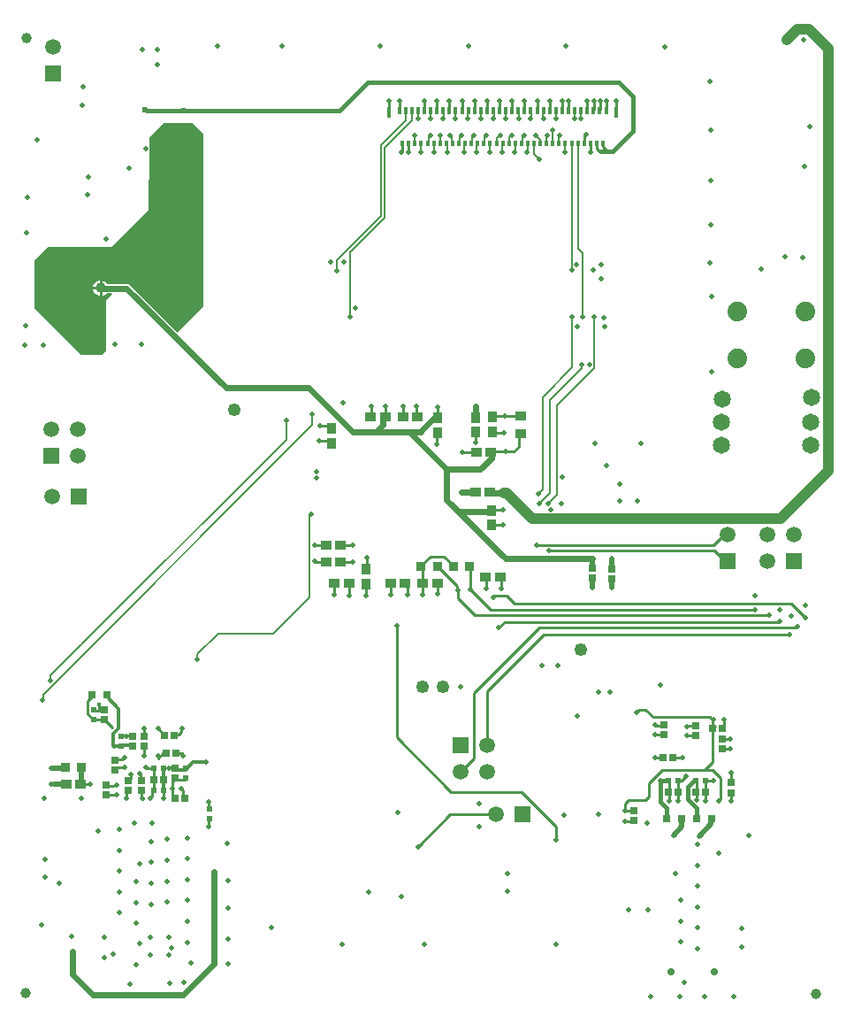
<source format=gbl>
G04*
G04 #@! TF.GenerationSoftware,Altium Limited,Altium Designer,20.1.7 (139)*
G04*
G04 Layer_Physical_Order=4*
G04 Layer_Color=16711680*
%FSLAX25Y25*%
%MOIN*%
G70*
G04*
G04 #@! TF.SameCoordinates,F1024F09-50C5-4513-BE08-2A4FEE95A773*
G04*
G04*
G04 #@! TF.FilePolarity,Positive*
G04*
G01*
G75*
%ADD13C,0.01575*%
%ADD14C,0.02362*%
%ADD15C,0.01000*%
%ADD17R,0.03347X0.03543*%
%ADD19C,0.01968*%
%ADD23C,0.03937*%
%ADD31R,0.02677X0.02677*%
%ADD32R,0.02677X0.02677*%
%ADD34R,0.02284X0.02205*%
%ADD43R,0.02205X0.02284*%
%ADD44R,0.03740X0.04331*%
%ADD53R,0.04331X0.03740*%
%ADD119C,0.00709*%
%ADD122C,0.02500*%
%ADD124C,0.00965*%
%ADD127C,0.03937*%
%ADD130C,0.04921*%
%ADD131C,0.05906*%
%ADD132R,0.05906X0.05906*%
%ADD133C,0.06496*%
%ADD134R,0.05906X0.05906*%
%ADD135C,0.07400*%
%ADD136C,0.02756*%
%ADD137C,0.01181*%
%ADD138C,0.01575*%
%ADD139C,0.02362*%
%ADD155C,0.01968*%
%ADD156R,0.01181X0.02638*%
%ADD157R,0.01181X0.01968*%
%ADD158R,0.01378X0.03937*%
%ADD159R,0.02756X0.02953*%
%ADD160R,0.04134X0.03347*%
%ADD161C,0.01181*%
G36*
X82575Y343992D02*
X86665Y339902D01*
X86665Y274980D01*
X76721Y265036D01*
X58982Y282774D01*
X58459Y283123D01*
X57842Y283246D01*
X50711D01*
X50263Y283830D01*
X49643Y284306D01*
X48921Y284605D01*
X48646Y284641D01*
Y281713D01*
Y278784D01*
X48921Y278820D01*
X49643Y279120D01*
X50263Y279595D01*
X50590Y280022D01*
X52185D01*
X52392Y279522D01*
X50000Y277130D01*
Y258217D01*
X50083Y258134D01*
X48350Y256402D01*
X40913D01*
X23161Y274153D01*
Y292236D01*
X28035Y297110D01*
X51980D01*
X66185Y311315D01*
X66414Y333667D01*
X66442Y333708D01*
X66549Y334248D01*
X66442Y334788D01*
X66426Y334811D01*
X66466Y338686D01*
X71772Y343992D01*
X82575Y343992D01*
D02*
G37*
%LPC*%
G36*
X47646Y284641D02*
X47371Y284605D01*
X46649Y284306D01*
X46029Y283830D01*
X45553Y283210D01*
X45254Y282488D01*
X45217Y282213D01*
X47646D01*
Y284641D01*
D02*
G37*
G36*
Y281213D02*
X45217D01*
X45254Y280938D01*
X45553Y280216D01*
X46029Y279595D01*
X46649Y279120D01*
X47371Y278820D01*
X47646Y278784D01*
Y281213D01*
D02*
G37*
%LPD*%
D13*
X65368Y348600D02*
X138218D01*
X248752Y340784D02*
Y353740D01*
X243307Y359185D02*
X248752Y353740D01*
X148803Y359185D02*
X243307D01*
X241067Y333098D02*
X248752Y340784D01*
X236669Y333098D02*
X241067D01*
X138218Y348600D02*
X148803Y359185D01*
X259165Y88217D02*
X261398Y85984D01*
X259165Y88217D02*
Y96071D01*
X261398Y82016D02*
Y85984D01*
X269429Y93985D02*
X271657Y96213D01*
X269429Y89272D02*
Y93985D01*
Y89272D02*
X272835Y85866D01*
Y82035D02*
Y85866D01*
X259165Y96071D02*
X262114D01*
D14*
X200612Y179872D02*
X233425D01*
X178488Y201996D02*
X200612Y179872D01*
X195362Y217602D02*
Y219811D01*
X191140Y213381D02*
X195362Y217602D01*
X194732Y197476D02*
X195299Y198043D01*
X183291Y197476D02*
X194732D01*
X178488Y201996D02*
Y213381D01*
X164302Y227567D02*
X168925D01*
X164302D02*
X178488Y213381D01*
X151630Y227567D02*
X164302D01*
X174138Y232780D02*
X175220D01*
X143039Y227567D02*
X151630D01*
X154295Y230232D01*
Y232468D01*
X154984Y233157D01*
X155280D01*
X178488Y213381D02*
X191140D01*
X126504Y244102D02*
X143039Y227567D01*
X95374Y244102D02*
X126504D01*
X57842Y281634D02*
X95374Y244102D01*
X49598Y281634D02*
X57842D01*
X90905Y27315D02*
Y61776D01*
X79051Y15461D02*
X90905Y27315D01*
X45063Y15461D02*
X79051D01*
X37343Y23181D02*
X45063Y15461D01*
X37343Y23181D02*
Y31815D01*
X189370Y233134D02*
X189500Y233004D01*
X189370Y233134D02*
Y237287D01*
X184059Y204736D02*
X189106D01*
X195689Y204695D02*
X200028D01*
X195677Y204707D02*
X195689Y204695D01*
D15*
X188784Y129179D02*
X213482Y153878D01*
X188784Y104689D02*
Y129179D01*
X213482Y153878D02*
X299266Y153878D01*
X310626D01*
X167420Y233324D02*
X167514Y233418D01*
X212620Y349006D02*
Y352370D01*
X203203Y348978D02*
Y352370D01*
X205614Y221921D02*
Y227842D01*
X195638Y220118D02*
X203811D01*
X193703Y349262D02*
Y352370D01*
X184344Y349317D02*
Y352370D01*
X195362Y219811D02*
X195602Y220051D01*
X174872Y349234D02*
Y352370D01*
X160719Y349203D02*
Y352370D01*
X155501Y233763D02*
X155693Y233571D01*
X232705Y332634D02*
Y336244D01*
X71730Y89337D02*
Y92467D01*
X203811Y220118D02*
X205614Y221921D01*
X196394Y233536D02*
X204890D01*
X195925D02*
X196394D01*
X196488Y233630D01*
X195925Y233067D02*
X196394Y233536D01*
X159772Y112382D02*
Y154645D01*
X206898Y91953D02*
X219874Y78976D01*
X180201Y91953D02*
X206898D01*
X159772Y112382D02*
X180201Y91953D01*
X283394Y178839D02*
X284429Y178839D01*
X279294Y182938D02*
X283394Y178839D01*
X217439Y182937D02*
X279294Y182938D01*
X283495Y189247D02*
X284429Y189248D01*
X212319Y184976D02*
X279226Y184978D01*
X212195Y184976D02*
X212319D01*
X279226Y184978D02*
X283495Y189247D01*
X230492Y335910D02*
Y339520D01*
X189118Y158465D02*
X300079D01*
X215252Y151291D02*
X300526Y151291D01*
X193854Y129894D02*
X215252Y151291D01*
X300526Y151291D02*
X307902Y151292D01*
X198240Y153717D02*
X200468Y155945D01*
X304240D01*
X195602Y220051D02*
X200658D01*
X134968Y224279D02*
X135055Y224366D01*
X130514Y224279D02*
X134968D01*
X135033Y229856D02*
X135055Y229878D01*
X130657Y229856D02*
X135033D01*
X155693Y233571D02*
X155693Y233571D01*
X237520Y335016D02*
Y336776D01*
X235106Y334354D02*
X236260Y333201D01*
X236567D01*
X237520Y335016D02*
X238898Y333638D01*
X235106Y334354D02*
Y336276D01*
X164216Y332839D02*
Y336449D01*
X161646Y332854D02*
Y336465D01*
X156811Y348768D02*
Y352378D01*
X170098Y348929D02*
Y352539D01*
X179579Y348961D02*
Y352571D01*
X188996Y348898D02*
Y352508D01*
X198476Y348795D02*
Y352406D01*
X207925Y348795D02*
Y352406D01*
X217339Y348764D02*
Y352374D01*
X224413Y348776D02*
Y352362D01*
X222063Y348764D02*
Y352374D01*
X242492Y348158D02*
Y352413D01*
X238661Y348823D02*
Y352504D01*
X236352Y348813D02*
Y352514D01*
X231545Y348852D02*
Y352455D01*
X233986Y348809D02*
Y352498D01*
X56126Y104047D02*
X57028Y104949D01*
X53713Y104047D02*
X56126D01*
X53396Y103730D02*
X53713Y104047D01*
X260366Y113854D02*
X260614D01*
X260047Y113535D02*
X260366Y113854D01*
X257032Y113535D02*
X260047D01*
X78490Y114683D02*
Y115545D01*
X77323Y113516D02*
X78490Y114683D01*
X75980Y113516D02*
X77323D01*
X74996Y95756D02*
X76004Y96764D01*
X74996Y90720D02*
Y95756D01*
Y90720D02*
X76102Y89614D01*
X78575Y93209D02*
X79166Y92619D01*
X63488Y89823D02*
Y92500D01*
Y89823D02*
X63957Y89354D01*
X57673Y89244D02*
Y91729D01*
X58535Y92595D01*
X56760Y101059D02*
X56965Y100854D01*
X54110Y101059D02*
X56760D01*
X53396Y100345D02*
X54110Y101059D01*
X262350Y91919D02*
X262362Y91931D01*
X265748D02*
X265766Y91913D01*
Y88719D02*
X265783Y88701D01*
X265766Y88719D02*
Y91913D01*
X262339Y88681D02*
X262350Y88693D01*
Y91919D01*
X262411Y91894D02*
Y96378D01*
X272624Y95862D02*
Y96427D01*
X278219Y81711D02*
X278543Y82035D01*
X267150Y96157D02*
X268740Y97748D01*
X272768Y88762D02*
X272801Y88728D01*
Y82069D02*
X272835Y82035D01*
X276207Y92018D02*
Y96494D01*
X279231Y96125D02*
X279260Y96153D01*
X276300Y96125D02*
X279231D01*
X276272Y96096D02*
X276300Y96125D01*
X278898Y103323D02*
Y118937D01*
X277787Y120047D02*
X278898Y118937D01*
X281669Y89191D02*
Y97339D01*
X278671Y100337D02*
X281669Y97339D01*
X275912Y100337D02*
X278671D01*
X281079Y88601D02*
X281669Y89191D01*
X272624Y92006D02*
Y95862D01*
X272492Y96096D02*
Y96136D01*
X275912Y100337D02*
X278898Y103323D01*
X259880Y100337D02*
X275912D01*
X254724Y95181D02*
X259880Y100337D01*
X265864Y92059D02*
Y96535D01*
X265980Y96157D02*
X267150D01*
X265937Y96114D02*
X265980Y96157D01*
X262114Y96071D02*
X262157Y96114D01*
X308305Y162876D02*
X313619Y157562D01*
X167846Y71342D02*
X179937Y83433D01*
X196413D01*
X219874Y73901D02*
Y78976D01*
X204104Y162876D02*
X308305D01*
X195008Y160551D02*
X294287D01*
X47228Y122622D02*
X48551D01*
X45799D02*
X47228D01*
X45772Y122594D02*
X45799Y122622D01*
X182665Y164917D02*
X189118Y158465D01*
X163630Y166248D02*
Y168730D01*
X162862Y169498D02*
X163630Y168730D01*
X182480Y168201D02*
X182665Y168016D01*
X182480Y168201D02*
Y169441D01*
X175016Y176906D02*
X182480Y169441D01*
X175016Y176906D02*
Y177004D01*
X177413Y180697D02*
X181016Y177094D01*
X172508Y180697D02*
X177413D01*
X168913Y177102D02*
X172508Y180697D01*
X181016Y176996D02*
Y177094D01*
X168913Y177004D02*
Y177102D01*
Y177004D02*
X169575Y176342D01*
Y170406D02*
Y176342D01*
X182665Y164917D02*
Y168016D01*
X187476Y176591D02*
Y176614D01*
Y168083D02*
X195008Y160551D01*
X187476Y176591D02*
X187620Y176446D01*
X187476Y176302D02*
Y176591D01*
Y168083D02*
Y176302D01*
X187453Y176614D02*
X187476Y176591D01*
X201157Y165823D02*
X204104Y162876D01*
X187476Y176302D02*
X187620Y176446D01*
X187016Y175842D02*
X187476Y176302D01*
X181350Y176516D02*
Y176614D01*
X196744Y165823D02*
X201157D01*
X199190Y168627D02*
Y172389D01*
X169575Y170406D02*
X169870D01*
X71701Y89307D02*
X71730Y89337D01*
Y92467D02*
X71760Y92496D01*
X88678Y85771D02*
Y88182D01*
Y85771D02*
X88945Y85504D01*
X66748Y89449D02*
Y89711D01*
X193854Y110555D02*
Y129894D01*
X184433Y100339D02*
X188784Y104689D01*
X285898Y95323D02*
Y99076D01*
X268985Y116724D02*
X272480D01*
X68012Y92496D02*
Y100921D01*
X138629Y178517D02*
X138644Y178532D01*
X150246Y233725D02*
X150291Y233680D01*
X162276Y233762D02*
X162450Y233588D01*
X269117Y113260D02*
X272480D01*
X195437Y192393D02*
X195651Y192606D01*
X272744Y91274D02*
X272768Y91250D01*
X272644Y91358D02*
X272736Y91266D01*
X272624Y95862D02*
X272644Y95843D01*
X272543Y95943D02*
X272624Y95862D01*
X276191Y91335D02*
X276226Y91370D01*
X272768Y88762D02*
Y91250D01*
X276226Y95846D02*
X276323Y95943D01*
X272736Y91266D02*
X272744Y91274D01*
X276191Y88748D02*
X276252Y88687D01*
X276191Y88748D02*
Y91335D01*
X195763Y198507D02*
X195931Y198339D01*
X148134Y170280D02*
X148224Y170189D01*
X148177Y175929D02*
X148469Y176221D01*
X138662Y184947D02*
X138683Y184969D01*
X254724Y90213D02*
Y95181D01*
X245682Y80941D02*
X248868D01*
X249272Y81345D01*
X245693Y84976D02*
X245816Y84853D01*
X249149D01*
X249272Y84730D01*
X245693Y87441D02*
X247206Y88954D01*
X245693Y84976D02*
Y87441D01*
X247206Y88954D02*
X253466D01*
X254724Y90213D01*
X285827Y95252D02*
X285898Y95323D01*
X283152Y116486D02*
X283176Y116462D01*
X283152Y116486D02*
Y118588D01*
X283128Y118612D02*
X283152Y118588D01*
X279667Y116585D02*
X279790Y116462D01*
X278898Y118937D02*
X279165Y119205D01*
X283295Y108383D02*
X283366Y108313D01*
X285391D01*
X285461Y108242D01*
X285431Y111782D02*
X285443Y111794D01*
X283295Y111769D02*
X283308Y111782D01*
X285431D01*
X269002Y113145D02*
X269117Y113260D01*
X268947Y116686D02*
X268985Y116724D01*
X263764Y104921D02*
X263803Y104882D01*
X267406D01*
X264646Y104887D02*
X264668Y104909D01*
X257112Y104802D02*
X257124Y104814D01*
X259201D01*
X259213Y104826D01*
X257138Y116996D02*
X260047D01*
X257007Y117127D02*
X257138Y116996D01*
X256978Y113589D02*
X257032Y113535D01*
X45339Y122976D02*
X45429Y122886D01*
X66748Y89711D02*
X67378Y90341D01*
Y91894D01*
X67980Y92496D01*
X64740Y100992D02*
X64776Y100957D01*
X67949D01*
X67984Y100921D01*
X62827Y98929D02*
X63012Y98744D01*
Y96362D02*
Y98744D01*
Y96362D02*
X63488Y95886D01*
X59374Y96929D02*
Y98453D01*
X58656Y96211D02*
X59374Y96929D01*
X58535Y92595D02*
Y92705D01*
X53301Y90904D02*
X53303Y90906D01*
X49978Y90904D02*
X53301D01*
X49976Y90902D02*
X49978Y90904D01*
X53213Y94343D02*
X53268Y94398D01*
X50032Y94343D02*
X53213D01*
X49976Y94287D02*
X50032Y94343D01*
X148224Y165827D02*
Y170189D01*
X148469Y176221D02*
Y180320D01*
X150246Y233725D02*
Y237147D01*
X155584Y233846D02*
Y237095D01*
X155501Y233763D02*
X155584Y233846D01*
X162276Y233762D02*
Y237091D01*
X167205Y233727D02*
Y237193D01*
Y233727D02*
X167514Y233418D01*
X175067Y232933D02*
Y236969D01*
Y232933D02*
X175220Y232780D01*
X174890Y222721D02*
Y226937D01*
X175220Y227268D01*
X189106Y204736D02*
X189280Y204909D01*
X195931Y198339D02*
X199850D01*
X195651Y192606D02*
X199850D01*
X198701Y172878D02*
X199190Y172389D01*
X193461Y168677D02*
Y172606D01*
X193189Y172878D02*
X193461Y172606D01*
X141756Y166382D02*
Y170122D01*
X136118Y170472D02*
X136185Y170406D01*
Y166071D02*
Y170406D01*
X162862Y169498D02*
X162886Y169521D01*
X157364Y169511D02*
X157374Y169521D01*
X157364Y166222D02*
Y169511D01*
X169373Y169425D02*
X169505Y169557D01*
X169373Y166297D02*
Y169425D01*
X174975Y169515D02*
X175017Y169557D01*
X174975Y166423D02*
Y169515D01*
X128799Y178764D02*
X128900Y178663D01*
X132971D01*
X132857Y184772D02*
X133091Y185006D01*
X128799Y184772D02*
X132857D01*
X138683Y184969D02*
X142945D01*
X138603Y185006D02*
X138662Y184947D01*
X138644Y178532D02*
X143008D01*
X138483Y178663D02*
X138629Y178517D01*
X148177Y175929D02*
X148224Y175882D01*
X195299Y198043D02*
X195763Y198507D01*
X195299Y192532D02*
X195437Y192393D01*
X78617Y106399D02*
X79528Y105488D01*
X76464Y106399D02*
X78617D01*
X76382Y106480D02*
X76464Y106399D01*
X69740Y104689D02*
X71450Y106399D01*
X72914D01*
X72996Y106480D01*
X40705Y94886D02*
X44392D01*
X40591Y95000D02*
X40705Y94886D01*
X88789Y78982D02*
X88867Y79060D01*
Y81647D01*
X88945Y81724D01*
X249271Y84729D02*
X249272Y84730D01*
Y81345D02*
X249416Y81200D01*
X285840Y89247D02*
X285853Y89234D01*
X285840Y89247D02*
Y91853D01*
X285827Y91866D02*
X285840Y91853D01*
X196264Y165343D02*
X196744Y165823D01*
X79166Y89937D02*
Y92619D01*
Y89937D02*
X79488Y89614D01*
X195240Y219933D02*
X195362Y219811D01*
X167420Y233324D02*
X167559Y233185D01*
X162047D02*
X162450Y233588D01*
X155280Y233157D02*
X155693Y233571D01*
X149768Y233157D02*
X150291Y233680D01*
X195587Y204617D02*
X195677Y204707D01*
X195295Y204909D02*
X195587Y204617D01*
X194791Y204909D02*
X195295D01*
X148134Y170280D02*
X148224Y170370D01*
X256299Y120047D02*
X277787D01*
X253338Y123009D02*
X256299Y120047D01*
X251051Y123009D02*
X253338D01*
X250038Y121996D02*
X251051Y123009D01*
X78490Y115545D02*
X78675Y115730D01*
X64484Y116500D02*
X64522Y116537D01*
X64484Y112831D02*
Y116500D01*
X64447Y112793D02*
X64484Y112831D01*
D17*
X187118Y176996D02*
D03*
X181016D02*
D03*
X175016Y177004D02*
D03*
X168913D02*
D03*
X34760Y101169D02*
D03*
X40862D02*
D03*
D19*
X266871Y51186D02*
D03*
Y43312D02*
D03*
Y35438D02*
D03*
X268071Y20162D02*
D03*
X273018Y32880D02*
D03*
Y40754D02*
D03*
Y48628D02*
D03*
Y56502D02*
D03*
Y64376D02*
D03*
Y72250D02*
D03*
X74706Y33282D02*
D03*
X79303Y20172D02*
D03*
X82054Y27550D02*
D03*
X80853Y35332D02*
D03*
Y43206D02*
D03*
Y51080D02*
D03*
Y58954D02*
D03*
Y66828D02*
D03*
Y74702D02*
D03*
X66960Y73301D02*
D03*
Y65427D02*
D03*
Y57553D02*
D03*
Y49679D02*
D03*
X73107Y50456D02*
D03*
Y58330D02*
D03*
Y66204D02*
D03*
Y74078D02*
D03*
X55149Y77884D02*
D03*
Y70010D02*
D03*
Y62136D02*
D03*
Y54262D02*
D03*
Y46388D02*
D03*
X49411Y29590D02*
D03*
X59117Y19433D02*
D03*
X61296Y27000D02*
D03*
X62859Y34717D02*
D03*
X61296Y42434D02*
D03*
Y50308D02*
D03*
Y58182D02*
D03*
X73744Y37228D02*
D03*
X66827Y30484D02*
D03*
X144079Y274311D02*
D03*
X139760Y291642D02*
D03*
X134681Y291705D02*
D03*
X313748Y162319D02*
D03*
X294791Y165799D02*
D03*
X308524Y158370D02*
D03*
X304102Y160626D02*
D03*
X234307Y223197D02*
D03*
X251701Y223083D02*
D03*
X217866Y198256D02*
D03*
X216772Y200654D02*
D03*
X222079Y210394D02*
D03*
X221614Y200500D02*
D03*
X232350Y252752D02*
D03*
X237980Y267358D02*
D03*
X227634Y267260D02*
D03*
X237921Y270697D02*
D03*
X236622Y285374D02*
D03*
X236618Y290504D02*
D03*
X227598Y290622D02*
D03*
X233890Y288409D02*
D03*
X219843Y34595D02*
D03*
X229236Y345421D02*
D03*
X226701D02*
D03*
X234095Y270839D02*
D03*
X216968Y182773D02*
D03*
X213429Y330283D02*
D03*
X225870Y288409D02*
D03*
X189705Y332894D02*
D03*
X185012D02*
D03*
X231126Y339709D02*
D03*
X229673Y270839D02*
D03*
X142146D02*
D03*
X136984Y288075D02*
D03*
X229461Y252740D02*
D03*
X225783Y270839D02*
D03*
X223193Y332894D02*
D03*
X220945Y339220D02*
D03*
X218575Y341205D02*
D03*
X216358Y339220D02*
D03*
X32541Y57508D02*
D03*
X240685Y179976D02*
D03*
X240764Y168921D02*
D03*
X196083Y345421D02*
D03*
X198756Y339220D02*
D03*
X194787Y332894D02*
D03*
X53385Y260622D02*
D03*
X88890Y88264D02*
D03*
X213051Y204343D02*
D03*
X213283Y200528D02*
D03*
X219681Y345421D02*
D03*
X168657Y332894D02*
D03*
X161543D02*
D03*
X208819D02*
D03*
X203986D02*
D03*
X178713D02*
D03*
X199398D02*
D03*
X212213Y339220D02*
D03*
X207768D02*
D03*
X203083D02*
D03*
X193551D02*
D03*
X188622D02*
D03*
X184008D02*
D03*
X179882D02*
D03*
X166504D02*
D03*
X173744Y332894D02*
D03*
X172303Y339220D02*
D03*
X164228Y332894D02*
D03*
X176020Y339220D02*
D03*
X215106Y345421D02*
D03*
X210276D02*
D03*
X205701D02*
D03*
X200807D02*
D03*
X191583D02*
D03*
X186555D02*
D03*
X181913D02*
D03*
X177252D02*
D03*
X172496D02*
D03*
X167677D02*
D03*
X212319Y184791D02*
D03*
X139284Y238429D02*
D03*
X130514Y224279D02*
D03*
X130657Y229856D02*
D03*
X233394Y168984D02*
D03*
X233425Y179872D02*
D03*
X238657Y214760D02*
D03*
X243806Y201490D02*
D03*
X212630Y352370D02*
D03*
X203213D02*
D03*
X193713D02*
D03*
X184354D02*
D03*
X160728D02*
D03*
X174882D02*
D03*
X232713Y332894D02*
D03*
X156799Y352370D02*
D03*
X170087D02*
D03*
X179567D02*
D03*
X188984D02*
D03*
X198465D02*
D03*
X207913D02*
D03*
X217327D02*
D03*
X222051D02*
D03*
X224390D02*
D03*
X242480D02*
D03*
X231484D02*
D03*
X238630D02*
D03*
X236374D02*
D03*
X234004D02*
D03*
X227835Y120526D02*
D03*
X247091Y47705D02*
D03*
X254378Y47591D02*
D03*
X60732Y80177D02*
D03*
X71650Y89583D02*
D03*
X75161Y93209D02*
D03*
X57709Y89583D02*
D03*
X54075Y94449D02*
D03*
X54201Y91012D02*
D03*
X62795Y98740D02*
D03*
X118055Y232014D02*
D03*
X44146Y95039D02*
D03*
X26766Y89656D02*
D03*
X57886Y112969D02*
D03*
X262339Y88681D02*
D03*
X265783Y88701D02*
D03*
X264685Y61252D02*
D03*
X264008Y75528D02*
D03*
X273791Y75354D02*
D03*
X272768Y88762D02*
D03*
X279260Y96153D02*
D03*
X268740Y97748D02*
D03*
X259165Y96071D02*
D03*
X190823Y87429D02*
D03*
X190913Y79008D02*
D03*
X201476Y61177D02*
D03*
X167846Y71342D02*
D03*
X160138Y84075D02*
D03*
X26248Y126559D02*
D03*
X49467Y37264D02*
D03*
X275866Y14717D02*
D03*
X255394D02*
D03*
X266417D02*
D03*
X286890D02*
D03*
X315311Y342543D02*
D03*
X95661Y72677D02*
D03*
X112402Y40960D02*
D03*
X25827Y41882D02*
D03*
X37146Y37543D02*
D03*
X37343Y31815D02*
D03*
X294815Y160488D02*
D03*
X304114Y156154D02*
D03*
X310626Y154063D02*
D03*
X313642Y157585D02*
D03*
X307902Y151370D02*
D03*
X219874Y73901D02*
D03*
X127449Y196449D02*
D03*
X29197Y134035D02*
D03*
X127697Y234079D02*
D03*
X96028Y27189D02*
D03*
Y36685D02*
D03*
Y48051D02*
D03*
Y58681D02*
D03*
X24039Y337472D02*
D03*
X163630Y166248D02*
D03*
X182665Y168016D02*
D03*
X187476Y168083D02*
D03*
X199190Y168627D02*
D03*
X300079Y158559D02*
D03*
X183776Y131543D02*
D03*
X159783Y154480D02*
D03*
X91972Y372909D02*
D03*
X260815Y372579D02*
D03*
X223417Y373028D02*
D03*
X186799Y372913D02*
D03*
X153543D02*
D03*
X116595D02*
D03*
X73947Y20030D02*
D03*
X296955Y288947D02*
D03*
X277929Y291158D02*
D03*
X277971Y305494D02*
D03*
Y322360D02*
D03*
Y341136D02*
D03*
X277864Y359486D02*
D03*
X27189Y59925D02*
D03*
X26484Y260102D02*
D03*
X19602D02*
D03*
X19752Y267567D02*
D03*
X20122Y302492D02*
D03*
X20279Y315728D02*
D03*
X69378Y365717D02*
D03*
X63697Y371445D02*
D03*
X69583Y371441D02*
D03*
X63602Y260610D02*
D03*
X78575Y93209D02*
D03*
X87650Y103236D02*
D03*
X66941Y89583D02*
D03*
X66740Y37315D02*
D03*
X278543Y278394D02*
D03*
X278427Y250130D02*
D03*
X73799Y30683D02*
D03*
X306206Y293515D02*
D03*
X276252Y88687D02*
D03*
X50213Y300047D02*
D03*
X43209Y316776D02*
D03*
X43283Y323654D02*
D03*
X41260Y350500D02*
D03*
X280976Y68862D02*
D03*
X240213Y129575D02*
D03*
X289768Y40476D02*
D03*
X47203Y77049D02*
D03*
X73728Y100827D02*
D03*
X53126Y109283D02*
D03*
X59437Y98658D02*
D03*
X148224Y165827D02*
D03*
X148469Y180320D02*
D03*
X150246Y237147D02*
D03*
X155584Y237095D02*
D03*
X162276Y237091D02*
D03*
X167205Y237193D02*
D03*
X175067Y236969D02*
D03*
X174890Y222721D02*
D03*
X184284Y220012D02*
D03*
X200658Y220051D02*
D03*
X200358Y233567D02*
D03*
X200268Y227323D02*
D03*
X189492Y223472D02*
D03*
X189370Y237287D02*
D03*
X200028Y204695D02*
D03*
X199850Y198339D02*
D03*
Y192606D02*
D03*
X141846Y166000D02*
D03*
X136185Y166071D02*
D03*
X157364Y166222D02*
D03*
X169373Y166297D02*
D03*
X174975Y166423D02*
D03*
X128799Y178764D02*
D03*
Y184772D02*
D03*
X142945Y184969D02*
D03*
X143008Y178532D02*
D03*
X285772Y99076D02*
D03*
X285827Y88524D02*
D03*
X281007Y88601D02*
D03*
X193461Y168677D02*
D03*
X306748Y375213D02*
D03*
X313165Y375142D02*
D03*
X88789Y78982D02*
D03*
X65142Y101059D02*
D03*
X84535Y141785D02*
D03*
X129571Y210257D02*
D03*
Y212462D02*
D03*
X58866Y326976D02*
D03*
X65138Y334248D02*
D03*
X41508Y357528D02*
D03*
X312681Y293323D02*
D03*
X196264Y165343D02*
D03*
X198106Y153996D02*
D03*
X161476Y52677D02*
D03*
X292433Y75681D02*
D03*
X289776Y33618D02*
D03*
X220388Y139415D02*
D03*
X214482D02*
D03*
X29543Y100904D02*
D03*
X313313Y327388D02*
D03*
X201398Y54626D02*
D03*
X149055Y54228D02*
D03*
X40939Y89702D02*
D03*
X29545Y94756D02*
D03*
X67463Y80177D02*
D03*
X64522Y115945D02*
D03*
X78675D02*
D03*
X79134Y105535D02*
D03*
X63634Y89583D02*
D03*
X57043Y101303D02*
D03*
X57028Y104949D02*
D03*
X64522Y105537D02*
D03*
X69740Y105535D02*
D03*
X69787Y115945D02*
D03*
X90905Y61776D02*
D03*
X27260Y66665D02*
D03*
X62630Y64945D02*
D03*
X170068Y34595D02*
D03*
X184059Y204736D02*
D03*
X52650Y30764D02*
D03*
X139132Y34595D02*
D03*
X254209Y80327D02*
D03*
X245682Y80941D02*
D03*
X279165Y119205D02*
D03*
X283004Y119224D02*
D03*
X285461Y108242D02*
D03*
X285443Y111794D02*
D03*
X269002Y113145D02*
D03*
X268947Y116686D02*
D03*
X257112Y104802D02*
D03*
X256978Y113589D02*
D03*
X257007Y117127D02*
D03*
X250480Y201673D02*
D03*
X245693Y84976D02*
D03*
X259028Y132250D02*
D03*
X250038Y121996D02*
D03*
X235783Y129480D02*
D03*
X222831Y83346D02*
D03*
X235697Y83444D02*
D03*
X243839Y207866D02*
D03*
X267406Y104882D02*
D03*
D23*
X20098Y376035D02*
D03*
X317764Y15894D02*
D03*
X19748Y16232D02*
D03*
X48146Y281713D02*
D03*
D31*
X240614Y172248D02*
D03*
Y175949D02*
D03*
X233327Y172579D02*
D03*
Y176279D02*
D03*
X64447Y109250D02*
D03*
Y112951D02*
D03*
X63488Y92547D02*
D03*
Y96248D02*
D03*
X58535D02*
D03*
Y92547D02*
D03*
X53396Y100187D02*
D03*
Y103888D02*
D03*
X285827Y91709D02*
D03*
Y95410D02*
D03*
X282449Y111803D02*
D03*
Y108102D02*
D03*
X272480Y113216D02*
D03*
Y116917D02*
D03*
X49976Y90744D02*
D03*
Y94445D02*
D03*
X249272Y81187D02*
D03*
Y84888D02*
D03*
X260366Y113614D02*
D03*
Y117315D02*
D03*
X60020Y112894D02*
D03*
Y109193D02*
D03*
X49559Y122839D02*
D03*
Y119138D02*
D03*
X75984Y100878D02*
D03*
Y97177D02*
D03*
D32*
X76539Y106480D02*
D03*
X72839D02*
D03*
X75945Y89614D02*
D03*
X79646D02*
D03*
X272567Y91921D02*
D03*
X276268D02*
D03*
X260221Y104921D02*
D03*
X263921D02*
D03*
X265905Y91931D02*
D03*
X262205D02*
D03*
X278795Y116004D02*
D03*
X282496D02*
D03*
X71689Y96661D02*
D03*
X67988D02*
D03*
X72205Y113055D02*
D03*
X75906D02*
D03*
D34*
X55811Y109122D02*
D03*
Y112902D02*
D03*
X88945Y85504D02*
D03*
Y81724D02*
D03*
X45429Y122886D02*
D03*
Y119106D02*
D03*
X80138Y100902D02*
D03*
Y97122D02*
D03*
D43*
X67980Y92496D02*
D03*
X71760D02*
D03*
X67984Y100921D02*
D03*
X71764D02*
D03*
X262157Y96114D02*
D03*
X265937D02*
D03*
X272492Y96096D02*
D03*
X276272D02*
D03*
D44*
X195925Y233067D02*
D03*
Y227555D02*
D03*
X195299Y198043D02*
D03*
Y192532D02*
D03*
X175220Y232780D02*
D03*
Y227268D02*
D03*
X189500Y233004D02*
D03*
Y227492D02*
D03*
X135012Y228858D02*
D03*
Y223346D02*
D03*
X148224Y175882D02*
D03*
Y170370D02*
D03*
D53*
X193189Y172878D02*
D03*
X198701D02*
D03*
X35079Y95000D02*
D03*
X40591D02*
D03*
X194791Y204909D02*
D03*
X189280D02*
D03*
X195240Y219933D02*
D03*
X189728D02*
D03*
X167559Y233185D02*
D03*
X162047D02*
D03*
X155280Y233157D02*
D03*
X149768D02*
D03*
X138603Y185006D02*
D03*
X133091D02*
D03*
X138483Y178663D02*
D03*
X132971D02*
D03*
X141630Y170472D02*
D03*
X136118D02*
D03*
X157315Y170406D02*
D03*
X162827D02*
D03*
X175087D02*
D03*
X169575D02*
D03*
D119*
X216772Y200654D02*
X220130Y204012D01*
Y237681D01*
X234148Y251699D02*
Y270939D01*
X233988Y271098D02*
X234148Y270939D01*
X220130Y237681D02*
X234148Y251699D01*
X227862Y336221D02*
Y336425D01*
X228024Y296677D02*
X229673Y295028D01*
Y270839D02*
Y295028D01*
X229142Y345421D02*
Y347657D01*
X228024Y296677D02*
Y335929D01*
X153638Y309008D02*
Y335559D01*
X136984Y292354D02*
X153638Y309008D01*
X136984Y288075D02*
Y292354D01*
X165362Y345008D02*
Y347425D01*
X155051Y334697D02*
X165362Y345008D01*
X155051Y334697D02*
X155051Y308063D01*
X142146Y295158D02*
X155051Y308063D01*
X142146Y270839D02*
Y295158D01*
X226764Y346012D02*
Y347461D01*
X211583Y332130D02*
X213429Y330283D01*
X167724Y344976D02*
Y347213D01*
X225705Y288575D02*
Y335839D01*
Y288575D02*
X225870Y288409D01*
X142146Y270787D02*
Y270839D01*
X208953Y332894D02*
Y336591D01*
X204346Y332894D02*
Y335862D01*
X199579Y332894D02*
Y335878D01*
X197449Y338209D02*
X198756Y339516D01*
X194913Y332894D02*
Y336575D01*
X189929Y332894D02*
Y336417D01*
X185224Y332807D02*
Y335929D01*
X178661Y332909D02*
Y336067D01*
X207193Y338646D02*
X207768Y339220D01*
X225783Y251791D02*
Y270839D01*
X214634Y240642D02*
X225783Y251791D01*
X229461Y251555D02*
Y252740D01*
X217445Y239539D02*
X229461Y251555D01*
X217445Y204689D02*
Y239539D01*
X214634Y205925D02*
Y240642D01*
X223153Y332665D02*
Y336248D01*
X210327Y345102D02*
Y347339D01*
X207193Y336551D02*
Y338646D01*
X205768Y345008D02*
Y347244D01*
X200807Y345008D02*
Y347244D01*
X220807Y336748D02*
Y338984D01*
X218358Y336953D02*
Y340626D01*
X216177Y336646D02*
Y338882D01*
X180480Y337090D02*
Y339327D01*
X197449Y336398D02*
Y338209D01*
X202008Y338626D02*
X203083Y339701D01*
X202008Y336370D02*
Y338626D01*
X153638Y335559D02*
X162976Y344898D01*
X127697Y230077D02*
Y234079D01*
X26303Y128683D02*
X127697Y230077D01*
X26303Y127279D02*
Y128683D01*
X29232Y134035D02*
Y135844D01*
X192677Y336398D02*
Y339071D01*
X213051Y204343D02*
X214634Y205925D01*
X213283Y200528D02*
X217445Y204689D01*
X219685Y345673D02*
Y347909D01*
X186602Y345213D02*
Y347449D01*
X162976Y344898D02*
Y347874D01*
X213819Y336370D02*
Y337469D01*
X212476Y338811D02*
X213819Y337469D01*
X211583Y332130D02*
Y336319D01*
X188106Y336909D02*
Y339146D01*
X183461Y337114D02*
Y339350D01*
X166527Y336575D02*
Y338811D01*
X175980Y336787D02*
Y339024D01*
X173756Y333232D02*
Y335469D01*
X171626Y336720D02*
Y338957D01*
X168839Y333154D02*
Y335390D01*
X214618Y345768D02*
Y348004D01*
X196358Y345602D02*
Y347839D01*
X191559Y345508D02*
Y347744D01*
X181878Y345398D02*
Y347634D01*
X177283Y345713D02*
Y347949D01*
X172461Y345606D02*
Y347843D01*
X40818Y147430D02*
X118055Y224666D01*
Y232014D01*
X29232Y135844D02*
X40818Y147430D01*
Y147430D01*
X92354Y151535D02*
X111031Y151534D01*
X84535Y143717D02*
X92354Y151535D01*
X84535Y141785D02*
X84535Y143717D01*
X126854Y165224D02*
Y195854D01*
X124246Y162616D02*
X126854Y165224D01*
Y195854D02*
X127449Y196449D01*
X116031Y154402D02*
X124246Y162616D01*
X113163Y151534D02*
X116031Y154402D01*
X111031Y151534D02*
X113163Y151534D01*
X75787Y100906D02*
X75886Y100807D01*
D122*
X141630Y170472D02*
X141846Y170256D01*
D124*
X49370Y119106D02*
X49559Y119295D01*
Y119177D02*
Y119295D01*
X50236Y118630D02*
X52492Y116374D01*
X56079Y113248D02*
X60398D01*
X43165Y126347D02*
X44642Y127823D01*
X43165Y121331D02*
Y126347D01*
Y121331D02*
X45390Y119106D01*
X45429D02*
X49370D01*
X45390D02*
X45429D01*
X47228Y122622D02*
X47469Y122862D01*
Y125024D01*
X75807Y96555D02*
X79791D01*
X189347Y220016D02*
X189579Y219783D01*
X189398Y227390D02*
X189492Y227295D01*
X196575Y226906D02*
X196992Y227323D01*
X79791Y96555D02*
X80087Y96850D01*
X184284Y220012D02*
X189343D01*
X189347Y220016D01*
X196992Y227323D02*
X200268D01*
X195925Y227555D02*
X196575Y226906D01*
X189492Y223472D02*
Y227295D01*
X189579Y219783D02*
X189728Y219933D01*
X189398Y227390D02*
X189500Y227492D01*
X71506Y114011D02*
X72099D01*
X72594Y113516D01*
X69787Y115730D02*
X71506Y114011D01*
X64484Y105575D02*
X64522Y105537D01*
X64484Y105575D02*
Y109370D01*
X64447Y109407D02*
X64484Y109370D01*
D127*
X304478Y194903D02*
X322465Y212890D01*
X210888Y194903D02*
X304478D01*
X201096Y204695D02*
X210888Y194903D01*
X322465Y212890D02*
Y371760D01*
X315016Y379209D02*
X322465Y371760D01*
X310744Y379209D02*
X315016D01*
X306748Y375213D02*
X310744Y379209D01*
X200028Y204695D02*
X201096D01*
D130*
X229142Y145689D02*
D03*
X176945Y131421D02*
D03*
X169602D02*
D03*
X98465Y235992D02*
D03*
D131*
X299532Y188847D02*
D03*
X309531D02*
D03*
X299532Y178847D02*
D03*
X284429Y188847D02*
D03*
X197157Y83473D02*
D03*
X39575Y228547D02*
D03*
Y218547D02*
D03*
X29575Y228547D02*
D03*
X29658Y203114D02*
D03*
X193705Y99614D02*
D03*
X183705D02*
D03*
X193705Y109614D02*
D03*
X30102Y372547D02*
D03*
D132*
X309531Y178847D02*
D03*
X284429D02*
D03*
X183705Y109614D02*
D03*
X30102Y362547D02*
D03*
D133*
X282213Y222689D02*
D03*
Y231319D02*
D03*
X315902Y222689D02*
D03*
Y231319D02*
D03*
X316114Y240496D02*
D03*
X282425Y239933D02*
D03*
D134*
X207157Y83473D02*
D03*
X29575Y218547D02*
D03*
X39658Y203114D02*
D03*
D135*
X313729Y255045D02*
D03*
X288129D02*
D03*
X313729Y272845D02*
D03*
X288129D02*
D03*
D136*
X279382Y24142D02*
D03*
X263043D02*
D03*
D137*
X52492Y116374D02*
D03*
D138*
X47496Y125024D02*
D03*
D139*
X79283Y348591D02*
D03*
X64736Y348720D02*
D03*
D155*
X233453Y176028D02*
Y179872D01*
X240760Y169008D02*
Y172224D01*
X240685Y175921D02*
Y179976D01*
X168925Y227567D02*
X174138Y232780D01*
X233394Y168984D02*
Y172201D01*
X267106Y78827D02*
Y82016D01*
X263980Y75701D02*
X267106Y78827D01*
X278219Y79782D02*
Y81711D01*
X273791Y75354D02*
X278219Y79782D01*
X40669Y95270D02*
X40939Y95000D01*
X30340Y94765D02*
X35064D01*
X40669Y95270D02*
Y100547D01*
X29490Y100904D02*
X34215D01*
D156*
X160669Y348437D02*
D03*
X163031D02*
D03*
X165394D02*
D03*
X167756D02*
D03*
X170118D02*
D03*
X172480D02*
D03*
X174842D02*
D03*
X177205D02*
D03*
X179567D02*
D03*
X181929D02*
D03*
X184291D02*
D03*
X186653D02*
D03*
X189016D02*
D03*
X191378D02*
D03*
X193740D02*
D03*
X196102D02*
D03*
X198465D02*
D03*
X200827D02*
D03*
X203189D02*
D03*
X205551D02*
D03*
X207913D02*
D03*
X210276D02*
D03*
X212638D02*
D03*
X215000D02*
D03*
X217362D02*
D03*
X219724D02*
D03*
X222087D02*
D03*
X224449D02*
D03*
X226811D02*
D03*
X229173D02*
D03*
X231535D02*
D03*
X233898D02*
D03*
X236260D02*
D03*
X238622D02*
D03*
D157*
X161850Y336370D02*
D03*
X164213D02*
D03*
X166575D02*
D03*
X168937D02*
D03*
X171299D02*
D03*
X173661D02*
D03*
X176023D02*
D03*
X178386D02*
D03*
X180748D02*
D03*
X183110D02*
D03*
X185472D02*
D03*
X187835D02*
D03*
X190197D02*
D03*
X192559D02*
D03*
X194921D02*
D03*
X197283D02*
D03*
X199646D02*
D03*
X202008D02*
D03*
X204370D02*
D03*
X206732D02*
D03*
X209094D02*
D03*
X211457D02*
D03*
X213819D02*
D03*
X216181D02*
D03*
X218543D02*
D03*
X220905D02*
D03*
X223268D02*
D03*
X225630D02*
D03*
X227992D02*
D03*
X230354D02*
D03*
X232716D02*
D03*
X235079D02*
D03*
X237441D02*
D03*
D158*
X156831Y347787D02*
D03*
X242461D02*
D03*
D159*
X50343Y128602D02*
D03*
X44634D02*
D03*
X278543Y82035D02*
D03*
X272835D02*
D03*
X267106Y82016D02*
D03*
X261398D02*
D03*
D160*
X206394Y226965D02*
D03*
Y233657D02*
D03*
D161*
X54886Y115890D02*
Y123189D01*
X52787Y113791D02*
X54886Y115890D01*
X50350Y127724D02*
X54886Y123189D01*
X52787Y109658D02*
Y113791D01*
X71614Y92315D02*
Y96252D01*
X71917Y96618D02*
Y100646D01*
X52780Y109126D02*
X55811D01*
X55760Y109493D02*
X59988D01*
X75906Y100236D02*
X80087D01*
Y100354D02*
X80386Y100654D01*
X82815Y103083D01*
X87803D01*
X73728Y100827D02*
X73782Y100774D01*
X75931D01*
X75984Y100720D01*
X50350Y127724D02*
Y127823D01*
X80087Y100236D02*
Y100354D01*
M02*

</source>
